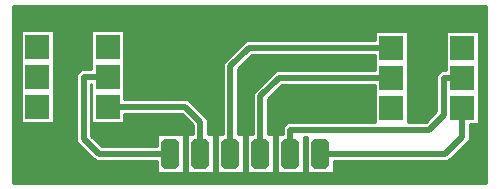
<source format=gbr>
G04 PROTEUS RS274X GERBER FILE*
%FSLAX45Y45*%
%MOMM*%
G01*
%ADD10C,0.508000*%
%ADD11C,0.254000*%
%ADD12R,2.032000X2.032000*%
%AMDIL003*
4,1,8,
-0.762000,0.965200,-0.457200,1.270000,0.457200,1.270000,0.762000,0.965200,0.762000,-0.965200,
0.457200,-1.270000,-0.457200,-1.270000,-0.762000,-0.965200,-0.762000,0.965200,
0*%
%ADD13DIL003*%
G36*
X+800000Y+2000000D02*
X-3200000Y+2000000D01*
X-3200000Y+500000D01*
X+800000Y+500000D01*
X+800000Y+2000000D01*
G37*
%LPC*%
G36*
X-139699Y+1709499D02*
X-1232801Y+1709499D01*
X-1425499Y+1516801D01*
X-1425499Y+911099D01*
X-1476299Y+911099D01*
X-1476299Y+580901D01*
X-1247701Y+580901D01*
X-1247701Y+911099D01*
X-1298501Y+911099D01*
X-1298501Y+1464199D01*
X-1180199Y+1582501D01*
X-139699Y+1582501D01*
X-139699Y+1455499D01*
X-978801Y+1455499D01*
X-1171499Y+1262801D01*
X-1171499Y+911099D01*
X-1222299Y+911099D01*
X-1222299Y+580901D01*
X-993701Y+580901D01*
X-993701Y+911099D01*
X-1044501Y+911099D01*
X-1044501Y+1210199D01*
X-926199Y+1328501D01*
X-139699Y+1328501D01*
X-139699Y+1015999D01*
X-880301Y+1015999D01*
X-917499Y+978801D01*
X-917499Y+911099D01*
X-968299Y+911099D01*
X-968299Y+580901D01*
X-739701Y+580901D01*
X-739701Y+889001D01*
X-714299Y+889001D01*
X-714299Y+580901D01*
X-485701Y+580901D01*
X-485701Y+682501D01*
X+483301Y+682501D01*
X+663499Y+862699D01*
X+663499Y+998301D01*
X+739699Y+998301D01*
X+739699Y+1785699D01*
X+460301Y+1785699D01*
X+460301Y+1455499D01*
X+418199Y+1455499D01*
X+381001Y+1418301D01*
X+381001Y+1105801D01*
X+291199Y+1015999D01*
X+139699Y+1015999D01*
X+139699Y+1785699D01*
X-139699Y+1785699D01*
X-139699Y+1709499D01*
G37*
G36*
X-2539699Y+1514301D02*
X-2539699Y+1463499D01*
X-2629801Y+1463499D01*
X-2666999Y+1426301D01*
X-2666999Y+846699D01*
X-2502801Y+682501D01*
X-1984299Y+682501D01*
X-1984299Y+580901D01*
X-1755701Y+580901D01*
X-1755701Y+911099D01*
X-1984299Y+911099D01*
X-1984299Y+809499D01*
X-2450199Y+809499D01*
X-2540001Y+899301D01*
X-2540001Y+1336501D01*
X-2539699Y+1336501D01*
X-2539699Y+1006301D01*
X-2260301Y+1006301D01*
X-2260301Y+1082501D01*
X-1772301Y+1082501D01*
X-1679499Y+989699D01*
X-1679499Y+911099D01*
X-1730299Y+911099D01*
X-1730299Y+580901D01*
X-1501701Y+580901D01*
X-1501701Y+911099D01*
X-1552501Y+911099D01*
X-1552501Y+1042301D01*
X-1719699Y+1209499D01*
X-2260301Y+1209499D01*
X-2260301Y+1793699D01*
X-2539699Y+1793699D01*
X-2539699Y+1514301D01*
G37*
G36*
X-3139699Y+1514301D02*
X-3139699Y+1006301D01*
X-2860301Y+1006301D01*
X-2860301Y+1793699D01*
X-3139699Y+1793699D01*
X-3139699Y+1514301D01*
G37*
%LPD*%
D10*
X+600000Y+1138000D02*
X+600000Y+889000D01*
X+457000Y+746000D01*
X-600000Y+746000D01*
X+0Y+1392000D02*
X-952500Y+1392000D01*
X-1108000Y+1236500D01*
X-1108000Y+746000D01*
X-1616000Y+746000D02*
X-1616000Y+1016000D01*
X-1746000Y+1146000D01*
X-2400000Y+1146000D01*
X-1870000Y+746000D02*
X-2476500Y+746000D01*
X-2603500Y+873000D01*
X-2603500Y+1400000D01*
X-2400000Y+1400000D01*
X+0Y+1646000D02*
X-1206500Y+1646000D01*
X-1362000Y+1490500D01*
X-1362000Y+746000D01*
X+600000Y+1392000D02*
X+444500Y+1392000D01*
X+444500Y+1079500D01*
X+317500Y+952500D01*
X-854000Y+952500D01*
X-854000Y+746000D01*
D11*
X+800000Y+2000000D02*
X-3200000Y+2000000D01*
X-3200000Y+500000D01*
X+800000Y+500000D01*
X+800000Y+2000000D01*
X-139699Y+1709499D02*
X-1232801Y+1709499D01*
X-1425499Y+1516801D01*
X-1425499Y+911099D01*
X-1476299Y+911099D01*
X-1476299Y+580901D01*
X-1247701Y+580901D01*
X-1247701Y+911099D01*
X-1298501Y+911099D01*
X-1298501Y+1464199D01*
X-1180199Y+1582501D01*
X-139699Y+1582501D01*
X-139699Y+1455499D01*
X-978801Y+1455499D01*
X-1171499Y+1262801D01*
X-1171499Y+911099D01*
X-1222299Y+911099D01*
X-1222299Y+580901D01*
X-993701Y+580901D01*
X-993701Y+911099D01*
X-1044501Y+911099D01*
X-1044501Y+1210199D01*
X-926199Y+1328501D01*
X-139699Y+1328501D01*
X-139699Y+1015999D01*
X-880301Y+1015999D01*
X-917499Y+978801D01*
X-917499Y+911099D01*
X-968299Y+911099D01*
X-968299Y+580901D01*
X-739701Y+580901D01*
X-739701Y+889001D01*
X-714299Y+889001D01*
X-714299Y+580901D01*
X-485701Y+580901D01*
X-485701Y+682501D01*
X+483301Y+682501D01*
X+663499Y+862699D01*
X+663499Y+998301D01*
X+739699Y+998301D01*
X+739699Y+1785699D01*
X+460301Y+1785699D01*
X+460301Y+1455499D01*
X+418199Y+1455499D01*
X+381001Y+1418301D01*
X+381001Y+1105801D01*
X+291199Y+1015999D01*
X+139699Y+1015999D01*
X+139699Y+1785699D01*
X-139699Y+1785699D01*
X-139699Y+1709499D01*
X-2539699Y+1514301D02*
X-2539699Y+1463499D01*
X-2629801Y+1463499D01*
X-2666999Y+1426301D01*
X-2666999Y+846699D01*
X-2502801Y+682501D01*
X-1984299Y+682501D01*
X-1984299Y+580901D01*
X-1755701Y+580901D01*
X-1755701Y+911099D01*
X-1984299Y+911099D01*
X-1984299Y+809499D01*
X-2450199Y+809499D01*
X-2540001Y+899301D01*
X-2540001Y+1336501D01*
X-2539699Y+1336501D01*
X-2539699Y+1006301D01*
X-2260301Y+1006301D01*
X-2260301Y+1082501D01*
X-1772301Y+1082501D01*
X-1679499Y+989699D01*
X-1679499Y+911099D01*
X-1730299Y+911099D01*
X-1730299Y+580901D01*
X-1501701Y+580901D01*
X-1501701Y+911099D01*
X-1552501Y+911099D01*
X-1552501Y+1042301D01*
X-1719699Y+1209499D01*
X-2260301Y+1209499D01*
X-2260301Y+1793699D01*
X-2539699Y+1793699D01*
X-2539699Y+1514301D01*
X-3139699Y+1514301D02*
X-3139699Y+1006301D01*
X-2860301Y+1006301D01*
X-2860301Y+1793699D01*
X-3139699Y+1793699D01*
X-3139699Y+1514301D01*
D12*
X+600000Y+1138000D03*
X+600000Y+1392000D03*
X+600000Y+1646000D03*
X+0Y+1646000D03*
X+0Y+1392000D03*
X+0Y+1138000D03*
X-2400000Y+1146000D03*
X-2400000Y+1400000D03*
X-2400000Y+1654000D03*
X-3000000Y+1654000D03*
X-3000000Y+1400000D03*
X-3000000Y+1146000D03*
D13*
X-600000Y+746000D03*
X-854000Y+746000D03*
X-1108000Y+746000D03*
X-1362000Y+746000D03*
X-1616000Y+746000D03*
X-1870000Y+746000D03*
M02*

</source>
